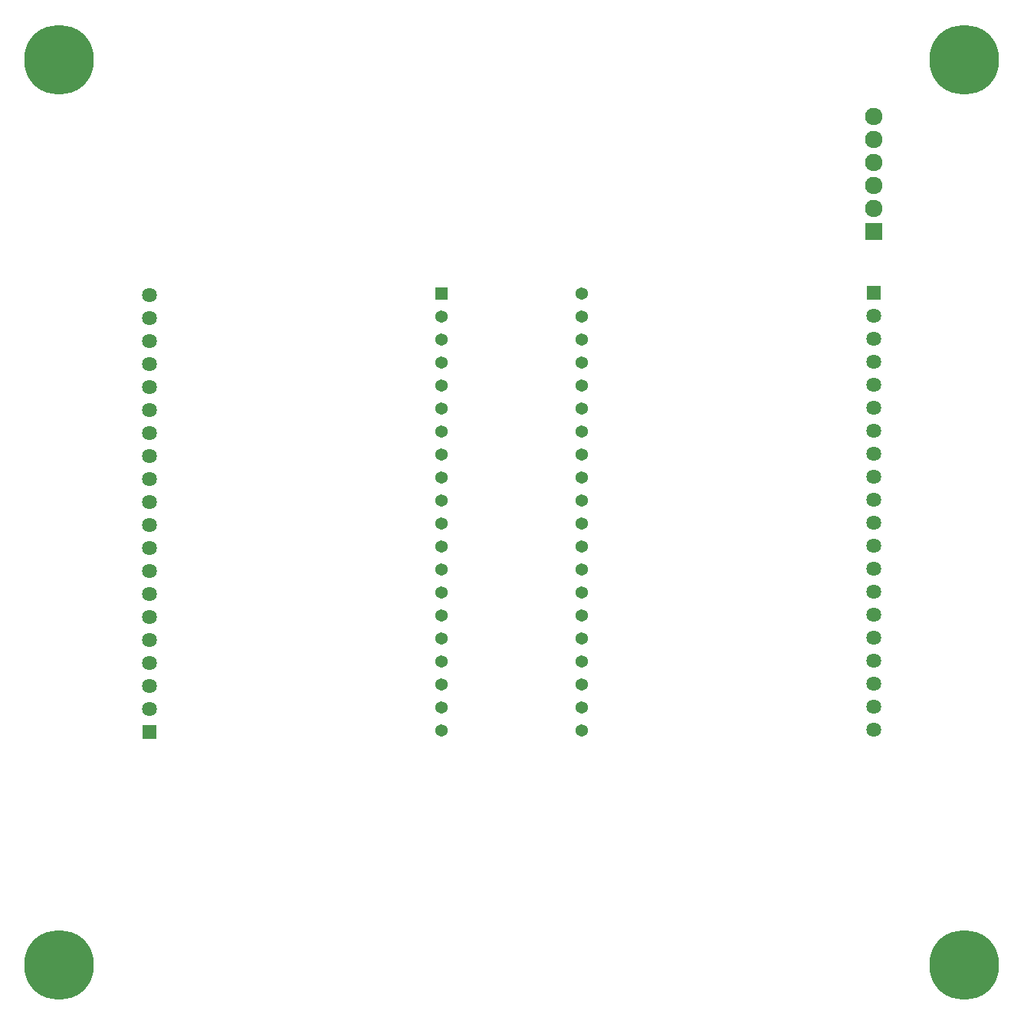
<source format=gbs>
G04*
G04 #@! TF.GenerationSoftware,Altium Limited,Altium Designer,24.1.2 (44)*
G04*
G04 Layer_Color=16711935*
%FSLAX44Y44*%
%MOMM*%
G71*
G04*
G04 #@! TF.SameCoordinates,A8F9B381-EDA8-4368-A6AD-9EAFAD04DD4A*
G04*
G04*
G04 #@! TF.FilePolarity,Negative*
G04*
G01*
G75*
%ADD26R,1.9282X1.9282*%
%ADD27C,1.9282*%
%ADD28R,1.6282X1.6282*%
%ADD29C,1.6282*%
%ADD30R,1.3632X1.3632*%
%ADD31C,1.3632*%
%ADD32C,7.7032*%
D26*
X900000Y810260D02*
D03*
D27*
Y835660D02*
D03*
Y861060D02*
D03*
Y886460D02*
D03*
Y911860D02*
D03*
Y937260D02*
D03*
D28*
Y742550D02*
D03*
X100000Y257450D02*
D03*
D29*
X900000Y717150D02*
D03*
Y691750D02*
D03*
Y666350D02*
D03*
Y640950D02*
D03*
Y615550D02*
D03*
Y590150D02*
D03*
Y564750D02*
D03*
Y539350D02*
D03*
Y513950D02*
D03*
Y488550D02*
D03*
Y463150D02*
D03*
Y437750D02*
D03*
Y412350D02*
D03*
Y386950D02*
D03*
Y361550D02*
D03*
Y336150D02*
D03*
Y310750D02*
D03*
Y285350D02*
D03*
Y259950D02*
D03*
X100000Y282850D02*
D03*
Y308250D02*
D03*
Y333650D02*
D03*
Y359050D02*
D03*
Y384450D02*
D03*
Y409850D02*
D03*
Y435250D02*
D03*
Y460650D02*
D03*
Y486050D02*
D03*
Y511450D02*
D03*
Y536850D02*
D03*
Y562250D02*
D03*
Y587650D02*
D03*
Y613050D02*
D03*
Y638450D02*
D03*
Y663850D02*
D03*
Y689250D02*
D03*
Y714650D02*
D03*
Y740050D02*
D03*
D30*
X422520Y741300D02*
D03*
D31*
Y715900D02*
D03*
Y690500D02*
D03*
Y665100D02*
D03*
Y639700D02*
D03*
Y614300D02*
D03*
Y588900D02*
D03*
Y563500D02*
D03*
Y538100D02*
D03*
Y512700D02*
D03*
Y487300D02*
D03*
Y461900D02*
D03*
Y436500D02*
D03*
Y411100D02*
D03*
Y385700D02*
D03*
Y360300D02*
D03*
Y334900D02*
D03*
Y309500D02*
D03*
Y284100D02*
D03*
Y258700D02*
D03*
X577480D02*
D03*
Y284100D02*
D03*
Y309500D02*
D03*
Y334900D02*
D03*
Y360300D02*
D03*
Y385700D02*
D03*
Y411100D02*
D03*
Y436500D02*
D03*
Y461900D02*
D03*
Y487300D02*
D03*
Y512700D02*
D03*
Y538100D02*
D03*
Y563500D02*
D03*
Y588900D02*
D03*
Y614300D02*
D03*
Y639700D02*
D03*
Y665100D02*
D03*
Y690500D02*
D03*
Y715900D02*
D03*
Y741300D02*
D03*
D32*
X1000000Y0D02*
D03*
X-0D02*
D03*
X1000000Y1000000D02*
D03*
X0Y1000000D02*
D03*
M02*

</source>
